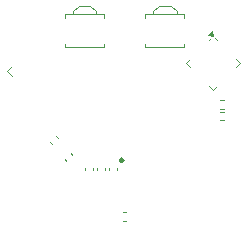
<source format=gbo>
G04 #@! TF.GenerationSoftware,KiCad,Pcbnew,8.0.9-8.0.9-0~ubuntu20.04.1*
G04 #@! TF.CreationDate,2025-12-30T18:39:49+00:00*
G04 #@! TF.ProjectId,nfc-pcb-tag,6e66632d-7063-4622-9d74-61672e6b6963,rev?*
G04 #@! TF.SameCoordinates,Original*
G04 #@! TF.FileFunction,Legend,Bot*
G04 #@! TF.FilePolarity,Positive*
%FSLAX46Y46*%
G04 Gerber Fmt 4.6, Leading zero omitted, Abs format (unit mm)*
G04 Created by KiCad (PCBNEW 8.0.9-8.0.9-0~ubuntu20.04.1) date 2025-12-30 18:39:49*
%MOMM*%
%LPD*%
G01*
G04 APERTURE LIST*
%ADD10C,0.120000*%
%ADD11C,0.250000*%
G04 APERTURE END LIST*
D10*
X80596359Y-38120000D02*
X80903641Y-38120000D01*
X80596359Y-38880000D02*
X80903641Y-38880000D01*
D11*
X72375000Y-42250000D02*
G75*
G02*
X72125000Y-42250000I-125000J0D01*
G01*
X72125000Y-42250000D02*
G75*
G02*
X72375000Y-42250000I125000J0D01*
G01*
D10*
X80596359Y-37120000D02*
X80903641Y-37120000D01*
X80596359Y-37880000D02*
X80903641Y-37880000D01*
X62504936Y-34699013D02*
X62953949Y-34250000D01*
X62953949Y-35148026D02*
X62504936Y-34699013D01*
X67450000Y-29900000D02*
X70750000Y-29900000D01*
X67450000Y-30200000D02*
X67450000Y-29900000D01*
X67450000Y-32400000D02*
X67450000Y-32700000D01*
X67450000Y-32700000D02*
X70750000Y-32700000D01*
X68100000Y-29580000D02*
X68600000Y-29200000D01*
X68100000Y-29900000D02*
X68100000Y-29580000D01*
X68600000Y-29200000D02*
X69600000Y-29200000D01*
X70100000Y-29580000D02*
X69600000Y-29200000D01*
X70100000Y-29900000D02*
X70100000Y-29580000D01*
X70750000Y-29900000D02*
X70750000Y-30200000D01*
X70750000Y-32700000D02*
X70750000Y-32400000D01*
X77723116Y-34000000D02*
X78041314Y-33681802D01*
X78041314Y-34318198D02*
X77723116Y-34000000D01*
X79681802Y-35958686D02*
X80000000Y-36276884D01*
X79787868Y-31935248D02*
X79681802Y-32041314D01*
X80000000Y-36276884D02*
X80318198Y-35958686D01*
X80169706Y-31892822D02*
X80318198Y-32041314D01*
X81958686Y-33681802D02*
X82276884Y-34000000D01*
X82276884Y-34000000D02*
X81958686Y-34318198D01*
X80000000Y-31723116D02*
X79596949Y-31659477D01*
X79936360Y-31320065D01*
X80000000Y-31723116D01*
G36*
X80000000Y-31723116D02*
G01*
X79596949Y-31659477D01*
X79936360Y-31320065D01*
X80000000Y-31723116D01*
G37*
X66169190Y-40678307D02*
X66321693Y-40830810D01*
X66678307Y-40169190D02*
X66830810Y-40321693D01*
X67419190Y-42178307D02*
X67571693Y-42330810D01*
X67928307Y-41669190D02*
X68080810Y-41821693D01*
X74250000Y-29900000D02*
X77550000Y-29900000D01*
X74250000Y-30200000D02*
X74250000Y-29900000D01*
X74250000Y-32400000D02*
X74250000Y-32700000D01*
X74250000Y-32700000D02*
X77550000Y-32700000D01*
X74900000Y-29580000D02*
X75400000Y-29200000D01*
X74900000Y-29900000D02*
X74900000Y-29580000D01*
X75400000Y-29200000D02*
X76400000Y-29200000D01*
X76900000Y-29580000D02*
X76400000Y-29200000D01*
X76900000Y-29900000D02*
X76900000Y-29580000D01*
X77550000Y-29900000D02*
X77550000Y-30200000D01*
X77550000Y-32700000D02*
X77550000Y-32400000D01*
X72346359Y-46620000D02*
X72653641Y-46620000D01*
X72346359Y-47380000D02*
X72653641Y-47380000D01*
X70140000Y-43107836D02*
X70140000Y-42892164D01*
X70860000Y-43107836D02*
X70860000Y-42892164D01*
X71140000Y-42892164D02*
X71140000Y-43107836D01*
X71860000Y-42892164D02*
X71860000Y-43107836D01*
X69140000Y-42892164D02*
X69140000Y-43107836D01*
X69860000Y-42892164D02*
X69860000Y-43107836D01*
M02*

</source>
